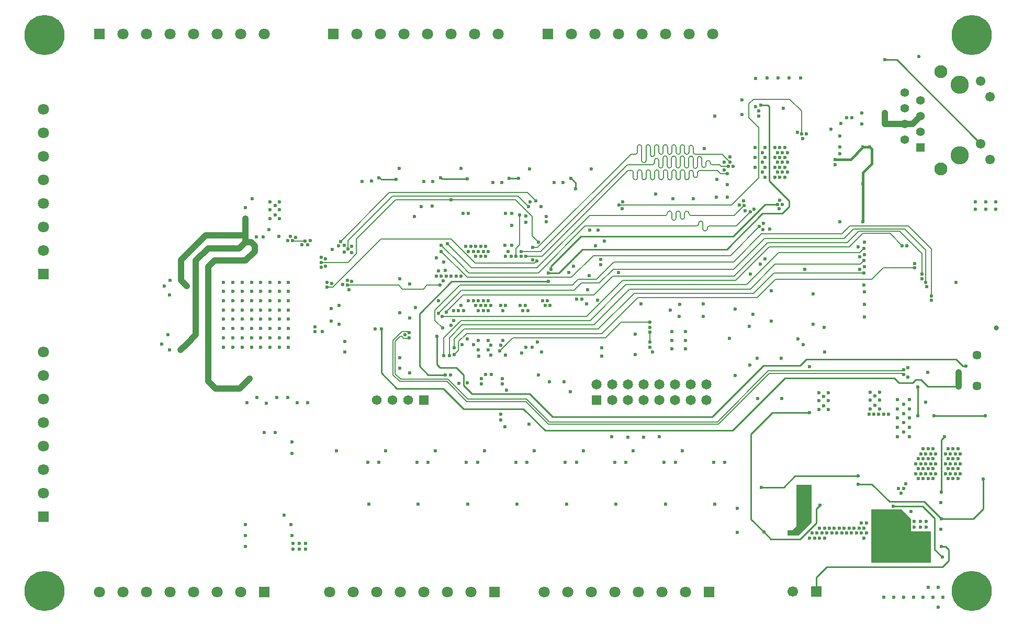
<source format=gbr>
%TF.GenerationSoftware,Altium Limited,Altium Designer,24.2.2 (26)*%
G04 Layer_Physical_Order=6*
G04 Layer_Color=16711680*
%FSLAX45Y45*%
%MOMM*%
%TF.SameCoordinates,A2E2EA48-9257-4B33-8537-14B19699C7D1*%
%TF.FilePolarity,Positive*%
%TF.FileFunction,Copper,L6,Bot,Signal*%
%TF.Part,Single*%
G01*
G75*
%TA.AperFunction,Conductor*%
%ADD10C,0.18697*%
%ADD11C,0.50000*%
%ADD77C,0.45000*%
%ADD78C,0.25400*%
%ADD80C,0.18700*%
%ADD82C,0.17780*%
%ADD86C,0.18697*%
%TA.AperFunction,ComponentPad*%
%ADD89R,1.40000X1.40000*%
%ADD90C,1.40000*%
%ADD91C,1.55000*%
%ADD92C,2.10000*%
%ADD93C,2.95000*%
%ADD94R,1.80000X1.80000*%
%ADD95C,1.80000*%
%ADD96R,1.80000X1.80000*%
%ADD97C,1.65000*%
%ADD98C,6.50000*%
%ADD99C,1.70000*%
%ADD100R,1.70000X1.70000*%
%ADD101C,1.45000*%
%ADD102R,1.65000X1.65000*%
%ADD103C,1.57000*%
%ADD104R,1.57000X1.57000*%
%TA.AperFunction,ViaPad*%
%ADD105C,0.60000*%
%ADD106C,1.00000*%
%ADD107C,0.80000*%
%TA.AperFunction,Conductor*%
%ADD123C,1.00000*%
G36*
X14910001Y3610000D02*
X14700000Y3400000D01*
X14520000D01*
Y3480000D01*
X14600000D01*
X14670000Y3550000D01*
Y4220000D01*
X14910001D01*
Y3610000D01*
D02*
G37*
G36*
X16520000Y3670000D02*
Y3470000D01*
X16839999D01*
Y2960000D01*
X15880000D01*
Y3820000D01*
X16370000D01*
X16520000Y3670000D01*
D02*
G37*
D10*
X13273007Y9434748D02*
G03*
X13307755Y9400000I34748J0D01*
G01*
X13273007Y9434751D02*
G03*
X13203510Y9434751I-34748J0D01*
G01*
X13134013Y9392845D02*
G03*
X13203510Y9392845I34748J0D01*
G01*
X13134013Y9501555D02*
G03*
X13064516Y9501555I-34748J0D01*
G01*
X12995020Y9375380D02*
G03*
X13064516Y9375380I34748J0D01*
G01*
X12995020Y9507935D02*
G03*
X12925522Y9507935I-34748J0D01*
G01*
X12856026Y9383504D02*
G03*
X12925522Y9383504I34748J0D01*
G01*
X12856026Y9508102D02*
G03*
X12786528Y9508102I-34748J0D01*
G01*
X12717031Y9383504D02*
G03*
X12786528Y9383504I34748J0D01*
G01*
X12717031Y9508282D02*
G03*
X12647534Y9508282I-34748J0D01*
G01*
X12578037Y9383504D02*
G03*
X12647534Y9383504I34748J0D01*
G01*
X12578037Y9508476D02*
G03*
X12508540Y9508476I-34748J0D01*
G01*
X12439043Y9383504D02*
G03*
X12508540Y9383504I34748J0D01*
G01*
X12439043Y9471494D02*
G03*
X12369547Y9471494I-34748J0D01*
G01*
X12334798Y9400000D02*
G03*
X12369547Y9434748I0J34748D01*
G01*
X13103349Y9310000D02*
G03*
X13068600Y9275251I0J-34748D01*
G01*
X12999104Y9228598D02*
G03*
X13068600Y9228598I34748J0D01*
G01*
X12999104Y9276373D02*
G03*
X12929607Y9276373I-34748J0D01*
G01*
X12860110Y9192684D02*
G03*
X12929607Y9192684I34748J0D01*
G01*
X12860110Y9284498D02*
G03*
X12790613Y9284498I-34748J0D01*
G01*
X12721117Y9192684D02*
G03*
X12790613Y9192684I34748J0D01*
G01*
X12721117Y9284498D02*
G03*
X12651620Y9284498I-34748J0D01*
G01*
X12582123Y9192684D02*
G03*
X12651620Y9192684I34748J0D01*
G01*
X12582123Y9284498D02*
G03*
X12512626Y9284498I-34748J0D01*
G01*
X12443129Y9192684D02*
G03*
X12512626Y9192684I34748J0D01*
G01*
X12443129Y9284498D02*
G03*
X12373632Y9284498I-34748J0D01*
G01*
X12304135Y9192684D02*
G03*
X12373632Y9192684I34748J0D01*
G01*
X12304135Y9284498D02*
G03*
X12234638Y9284498I-34748J0D01*
G01*
X12165141Y9192684D02*
G03*
X12234638Y9192684I34748J0D01*
G01*
X12165141Y9284498D02*
G03*
X12095644Y9284498I-34748J0D01*
G01*
X12026147Y9192684D02*
G03*
X12095644Y9192684I34748J0D01*
G01*
X12026147Y9275251D02*
G03*
X11991399Y9310000I-34748J0D01*
G01*
X13258641Y8410000D02*
G03*
X13223894Y8375251I0J-34748D01*
G01*
X13154396Y8364110D02*
G03*
X13223894Y8364110I34748J0D01*
G01*
X13154396Y8455575D02*
G03*
X13084898Y8455575I-34748J0D01*
G01*
X13050150Y8410000D02*
G03*
X13084898Y8444748I0J34748D01*
G01*
X12927237Y8614749D02*
G03*
X12961984Y8580000I34748J0D01*
G01*
X12927237Y8614751D02*
G03*
X12857739Y8614751I-34748J0D01*
G01*
X12788243Y8552937D02*
G03*
X12857739Y8552937I34748J0D01*
G01*
X12788243Y8617586D02*
G03*
X12718746Y8617586I-34748J0D01*
G01*
X12649249Y8536193D02*
G03*
X12718746Y8536193I34748J0D01*
G01*
X12649249Y8617586D02*
G03*
X12579752Y8617586I-34748J0D01*
G01*
X12545004Y8580000D02*
G03*
X12579752Y8614749I0J34748D01*
G01*
X12997559Y9604748D02*
G03*
X13032307Y9570000I34748J0D01*
G01*
X12997559Y9683809D02*
G03*
X12928062Y9683809I-34748J0D01*
G01*
X12858565Y9604749D02*
G03*
X12928062Y9604749I34748J0D01*
G01*
X12858565Y9690655D02*
G03*
X12789068Y9690655I-34748J0D01*
G01*
X12719571Y9604749D02*
G03*
X12789068Y9604749I34748J0D01*
G01*
X12719571Y9690655D02*
G03*
X12650074Y9690655I-34748J0D01*
G01*
X12580577Y9604749D02*
G03*
X12650074Y9604749I34748J0D01*
G01*
X12580577Y9690655D02*
G03*
X12511080Y9690655I-34748J0D01*
G01*
X12441583Y9604749D02*
G03*
X12511080Y9604749I34748J0D01*
G01*
X12441583Y9690655D02*
G03*
X12372086Y9690655I-34748J0D01*
G01*
X12302589Y9567611D02*
G03*
X12372086Y9567611I34748J0D01*
G01*
X12302589Y9690655D02*
G03*
X12233092Y9690655I-34748J0D01*
G01*
X12163595Y9468445D02*
G03*
X12233092Y9468445I34748J0D01*
G01*
X12163595Y9690655D02*
G03*
X12094098Y9690655I-34748J0D01*
G01*
X12059350Y9570000D02*
G03*
X12094098Y9604748I0J34748D01*
G01*
X7550000Y7960000D02*
Y8200000D01*
X8180000Y8830000D01*
X7410000Y7820000D02*
X7550000Y7960000D01*
X7410000Y8040000D02*
Y8170000D01*
X6980000Y7820000D02*
X7410000D01*
X13600000Y7930000D02*
X14070000Y8400000D01*
X11380000Y7930000D02*
X13600000D01*
X13689999Y8410000D02*
X13917918Y8637918D01*
X13561157Y8410000D02*
X13689999D01*
X13139999Y8580000D02*
X13660001D01*
X13820000Y8740000D01*
X13446968Y9373033D02*
X13563033D01*
X13420000Y9400000D02*
X13446968Y9373033D01*
X13358736Y9400000D02*
X13420000D01*
X13440897Y9259103D02*
X13550896D01*
X13250778Y9310000D02*
X13389999D01*
X13440897Y9259103D01*
X13462054Y9570000D02*
X13588467Y9443588D01*
X13160706Y9570000D02*
X13462054D01*
X13550896Y9259103D02*
X13552081Y9257918D01*
X13307755Y9400000D02*
X13358736D01*
X13273007Y9434748D02*
Y9434751D01*
X13203510Y9392845D02*
Y9434751D01*
X13134013Y9392845D02*
Y9501555D01*
X13064516Y9375380D02*
Y9501555D01*
X12995020Y9375380D02*
Y9507935D01*
X12925522Y9383504D02*
Y9507935D01*
X12856026Y9383504D02*
Y9508102D01*
X12786528Y9383504D02*
Y9508102D01*
X12717031Y9383504D02*
Y9508282D01*
X12647534Y9383504D02*
Y9508282D01*
X12578037Y9383504D02*
Y9508476D01*
X12508540Y9383504D02*
Y9508476D01*
X12439043Y9383504D02*
Y9471494D01*
X12369547Y9434748D02*
Y9471494D01*
X12325448Y9400000D02*
X12334798D01*
X10550000Y7920000D02*
X11929926Y9299926D01*
X13103349Y9310000D02*
X13250778D01*
X13068600Y9228598D02*
Y9275251D01*
X12999104Y9228598D02*
Y9276373D01*
X12929607Y9192684D02*
Y9276373D01*
X12860110Y9192684D02*
Y9284498D01*
X12790613Y9192684D02*
Y9284498D01*
X12721117Y9192684D02*
Y9284498D01*
X12651620Y9192684D02*
Y9284498D01*
X12582123Y9192684D02*
Y9284498D01*
X12512626Y9192684D02*
Y9284498D01*
X12443129Y9192684D02*
Y9284498D01*
X12373632Y9192684D02*
Y9284498D01*
X12304135Y9192684D02*
Y9284498D01*
X12234638Y9192684D02*
Y9284498D01*
X12165141Y9192684D02*
Y9284498D01*
X12095644Y9192684D02*
Y9284498D01*
X12026147Y9192684D02*
Y9275251D01*
X11940000Y9310000D02*
X11991399D01*
X11929926Y9299926D02*
X11940000Y9310000D01*
X11930000Y9400000D02*
X12325448D01*
X10530000Y8000000D02*
X11930000Y9400000D01*
X10210000Y8000000D02*
X10530000D01*
X11990000Y9570000D02*
X12050000D01*
X10400000Y8060000D02*
X10480000D01*
X11990000Y9570000D01*
X11030000Y7580000D02*
X11380000Y7930000D01*
X10390000Y8250000D02*
X10490000Y8150000D01*
X10390000Y8250000D02*
Y8560000D01*
X10120000Y8830000D02*
X10390000Y8560000D01*
X9082311Y8830000D02*
X10120000D01*
X9340000Y7580000D02*
X11030000D01*
X8920000Y8000000D02*
X9340000Y7580000D01*
X8180000Y8830000D02*
X9082311D01*
X10290000Y7920000D02*
X10550000D01*
X10290000Y7920000D02*
X10290000Y7920000D01*
X13258641Y8410000D02*
X13561157D01*
X13223894Y8364110D02*
Y8375251D01*
X13154396Y8364110D02*
Y8455575D01*
X13084898Y8444748D02*
Y8455575D01*
X13040800Y8410000D02*
X13050150D01*
X11450000D02*
X13040800D01*
X12961984Y8580000D02*
X13139999D01*
X12927237Y8614749D02*
Y8614751D01*
X12857739Y8552937D02*
Y8614751D01*
X12788243Y8552937D02*
Y8617586D01*
X12718746Y8536193D02*
Y8617586D01*
X12649249Y8536193D02*
Y8617586D01*
X12579752Y8614749D02*
Y8617586D01*
X12535654Y8580000D02*
X12545004D01*
X11320000D02*
X12535654D01*
X13032307Y9570000D02*
X13160706D01*
X12997559Y9604748D02*
Y9683809D01*
X12928062Y9604749D02*
Y9683809D01*
X12858565Y9604749D02*
Y9690655D01*
X12789068Y9604749D02*
Y9690655D01*
X12719571Y9604749D02*
Y9690655D01*
X12650074Y9604749D02*
Y9690655D01*
X12580577Y9604749D02*
Y9690655D01*
X12511080Y9604749D02*
Y9690655D01*
X12441583Y9604749D02*
Y9690655D01*
X12372086Y9567611D02*
Y9690655D01*
X12302589Y9567611D02*
Y9690655D01*
X12233092Y9468445D02*
Y9690655D01*
X12163595Y9468445D02*
Y9690655D01*
X12094098Y9604748D02*
Y9690655D01*
X12050000Y9570000D02*
X12059350D01*
X10590000Y7850000D02*
X11320000Y8580000D01*
X8920000Y8100000D02*
X9230000Y7790000D01*
X9020000Y8120000D02*
X9290000Y7850000D01*
X8130000Y8890000D02*
X10164583D01*
X7410000Y8170000D02*
X8130000Y8890000D01*
X10164583D02*
X10332974Y8721609D01*
X10315417Y8950000D02*
X10448565Y8816852D01*
X7290000Y8160000D02*
X8080000Y8950000D01*
X10315417D01*
X6514667Y8165333D02*
X6714667D01*
D11*
X14708087Y3708087D02*
X14710001Y3710000D01*
X14560001Y3440000D02*
X14561913Y3441913D01*
D77*
X15742438Y8480000D02*
Y9272437D01*
X15850000Y9690000D02*
X15854059D01*
X15744946D02*
X15850000D01*
X15544946Y9490000D02*
X15744946Y9690000D01*
X15289999Y9490000D02*
X15544946D01*
X15861559Y9682500D02*
X15863640D01*
X15889999Y9420000D02*
Y9656140D01*
X15742438Y9272437D02*
X15889999Y9420000D01*
X15854059Y9690000D02*
X15861559Y9682500D01*
X15863640D02*
X15889999Y9656140D01*
D78*
X11200000Y8030000D02*
X13539999D01*
X14120000Y8610000D01*
X14439999D01*
X14550000Y8720000D01*
X14160001Y8760000D02*
X14360001D01*
X11180000Y8240000D02*
X13639999D01*
X14160001Y8760000D01*
X10820000Y7650000D02*
X11200000Y8030000D01*
X14830000Y6250000D02*
X17250000D01*
X14730000Y6150000D02*
X14830000Y6250000D01*
X14130000Y6150000D02*
X14730000D01*
X13930000Y5040000D02*
X14280000Y5390000D01*
X14880000D01*
X13930000Y3665000D02*
Y5040000D01*
Y3665000D02*
X14139999Y3455000D01*
X14460001Y4180000D02*
X14639999Y4360000D01*
X14100000Y4180000D02*
X14460001D01*
X16170000Y3950000D02*
X16730000D01*
X15670000Y4230000D02*
X15889999D01*
X16170000Y3950000D01*
X14639999Y4360000D02*
X15670000D01*
X17689999Y4310000D02*
X17689999Y4310000D01*
Y3830000D02*
Y4310000D01*
X17530000Y3670000D02*
X17689999Y3830000D01*
X17010001Y3670000D02*
X17530000D01*
X14255000Y3340000D02*
X14730000D01*
X14989999Y3600000D01*
X14139999Y3455000D02*
X14255000Y3340000D01*
X14989999Y3600000D02*
Y3830000D01*
X15050000Y3890000D01*
X17010001Y4950000D02*
X17060001Y5000000D01*
X17010001Y4098000D02*
Y4950000D01*
X16730000Y3950000D02*
X17010001Y3670000D01*
X16230000Y3870000D02*
X16710001D01*
X16900000Y3680000D01*
Y3173042D02*
Y3680000D01*
Y3173042D02*
X17025436Y3047607D01*
X17010001Y3220000D02*
X17080000D01*
X17130000Y2990000D02*
Y3170000D01*
X17080000Y3220000D02*
X17130000Y3170000D01*
X17030000Y2890000D02*
X17130000Y2990000D01*
X15160001Y2890000D02*
X17030000D01*
X14990501Y2720501D02*
X15160001Y2890000D01*
X14990501Y2490000D02*
Y2720501D01*
X16630000Y5340000D02*
Y5800000D01*
X16889999Y5340000D02*
X17720000D01*
X16789999Y5810000D02*
X17289999D01*
X16680000Y5920000D02*
X16789999Y5810000D01*
X16600000Y5920000D02*
X16680000D01*
X16550000Y5870000D02*
X16600000Y5920000D01*
X16330000Y5870000D02*
X16550000D01*
X14480000Y5950000D02*
X16250000D01*
X16330000Y5870000D01*
X9280000Y5830000D02*
X9420000Y5690000D01*
X9280000Y5830000D02*
Y6000000D01*
X9160000Y6120000D02*
X9280000Y6000000D01*
X8570000Y6140000D02*
Y6990000D01*
Y6140000D02*
X8710000Y6000000D01*
X8570000Y6990000D02*
X9090000Y7510000D01*
X8710000Y6000000D02*
X8990000D01*
X9090000Y7510000D02*
X10650000D01*
X17360001Y6140000D02*
X17410001D01*
X17250000Y6250000D02*
X17360001Y6140000D01*
X13300000Y5320000D02*
X14130000Y6150000D01*
X10720000Y5320000D02*
X13300000D01*
X10350000Y5690000D02*
X10720000Y5320000D01*
X9420000Y5690000D02*
X10350000D01*
X8900000Y6120000D02*
X9160000D01*
X8850000Y6170000D02*
X8900000Y6120000D01*
X8850000Y6170000D02*
Y6620000D01*
X11090000Y9010000D02*
Y9110000D01*
X11020000Y9180000D02*
X11090000Y9110000D01*
X10020000Y9180000D02*
X10170000D01*
X8919691Y9190000D02*
X8936114Y9173577D01*
X8910328Y9190000D02*
X8919691D01*
X8936114Y9173577D02*
X9338734D01*
X7952363Y9160000D02*
X8192311D01*
X7922363Y9190000D02*
X7952363Y9160000D01*
X7913000Y9190000D02*
X7922363D01*
X13630000Y5100000D02*
X14480000Y5950000D01*
X10600000Y5100000D02*
X13630000D01*
X10695206Y7755206D02*
X11180000Y8240000D01*
X10694626Y7710278D02*
X10695206Y7710858D01*
Y7755206D01*
X7950000Y6030000D02*
Y6740000D01*
Y6030000D02*
X8200000Y5780000D01*
X9280000Y5450000D02*
X10250000D01*
X10600000Y5100000D01*
X8950000Y5780000D02*
X9280000Y5450000D01*
X8200000Y5780000D02*
X8950000D01*
X10650000Y7650000D02*
X10820000D01*
X14230000Y9140000D02*
Y10340000D01*
X14089999Y10370000D02*
X14200000D01*
X14230000Y10340000D01*
Y9140000D02*
X14550000Y8820000D01*
Y8720000D02*
Y8820000D01*
X16291000Y11100000D02*
X17648000Y9743000D01*
X16101540Y11100000D02*
X16291000D01*
D80*
X14560001Y10460000D02*
X14750000Y10270000D01*
Y9900000D02*
Y10270000D01*
X13620000Y8750000D02*
X14060001Y9190000D01*
X11800000Y8750000D02*
X13620000D01*
X14060001Y9190000D02*
Y10000000D01*
X13900520Y10159479D02*
X14060001Y10000000D01*
X13900520Y10159479D02*
Y10390521D01*
X13970000Y10460000D01*
X14560001D01*
D82*
X14211391Y6061390D02*
X16369965D01*
X13386716Y5236715D02*
X14211391Y6061390D01*
X14227039Y6023610D02*
X16369965D01*
X13402364Y5198935D02*
X14227039Y6023610D01*
X16388576Y6005000D02*
X16400000D01*
X16388576Y6080000D02*
X16400000D01*
X16369965Y6023610D02*
X16388576Y6005000D01*
X16369965Y6061390D02*
X16388576Y6080000D01*
X10673286Y5236715D02*
X13386716D01*
X9352220Y5607780D02*
X10302221D01*
X10673286Y5236715D01*
X9336571Y5570000D02*
X10286572D01*
X10657637Y5198935D02*
X13402364D01*
X10286572Y5570000D02*
X10657637Y5198935D01*
X9030000Y5930000D02*
X9352220Y5607780D01*
X8281645Y6620221D02*
X8307678Y6594188D01*
X8258838Y6620221D02*
X8281645D01*
X8400254Y6594188D02*
X8403033Y6596967D01*
X8307678Y6594188D02*
X8400254D01*
X8263429Y5930000D02*
X9030000D01*
X8176714Y6538098D02*
X8258838Y6620221D01*
X8176714Y6016715D02*
X8263429Y5930000D01*
X8176714Y6016715D02*
Y6538098D01*
X8366607Y6701968D02*
X8388575Y6680000D01*
X8287155Y6701968D02*
X8366607D01*
X8388575Y6680000D02*
X8400000D01*
X9014351Y5892220D02*
X9336571Y5570000D01*
X8247780Y5892220D02*
X9014351D01*
X8138934Y6553747D02*
X8287155Y6701968D01*
X8138934Y6001066D02*
X8247780Y5892220D01*
X8138934Y6001066D02*
Y6553747D01*
D86*
X7946860Y8200000D02*
X9080000D01*
X7166860Y7420000D02*
X7946860Y8200000D01*
X7070000Y7420000D02*
X7166860D01*
X7400000Y7450000D02*
X8230000D01*
X8290000Y7390000D01*
X13650000Y7830000D02*
X14100000Y8280000D01*
X15400000D01*
X15530000Y8410000D01*
X11710000Y7830000D02*
X13650000D01*
X15489999Y8140000D02*
X15673697Y8323697D01*
X16336304D02*
X16700000Y7960000D01*
X15587395Y8357394D02*
X16422606D01*
X16760001Y8020000D01*
X15439999Y8210000D02*
X15587395Y8357394D01*
X15673697Y8323697D02*
X16336304D01*
X15520000Y8070000D02*
X15739999Y8290000D01*
X16180000D01*
X16380000Y8090000D01*
X9290000Y7850000D02*
X9410000Y7730000D01*
X10470000D02*
X10590000Y7850000D01*
X9410000Y7730000D02*
X10470000D01*
X9370000Y7650000D02*
X10490000D01*
X9230000Y7790000D02*
X9370000Y7650000D01*
X10490000D02*
X11250000Y8410000D01*
X8880000Y7000000D02*
X9250000Y7370000D01*
X11070000D02*
X11185000Y7485000D01*
X9250000Y7370000D02*
X11070000D01*
X11430000Y7550000D02*
X11710000Y7830000D01*
X11475000Y7485000D02*
X11700000Y7710000D01*
X13650000D02*
X14150000Y8210000D01*
X11700000Y7710000D02*
X13650000D01*
X15530000Y8410000D02*
X16480000D01*
X14150000Y8210000D02*
X15439999D01*
X14200000Y8140000D02*
X15489999D01*
X14230000Y8070000D02*
X15520000D01*
X15689999Y7980000D02*
X15760001Y8050000D01*
X14380000Y7980000D02*
X15689999D01*
X13860001Y7460000D02*
X14380000Y7980000D01*
X14320000Y7790000D02*
X15700000D01*
X11970000Y7390000D02*
X13920000D01*
X14320000Y7790000D01*
X11910000Y7460000D02*
X13860001D01*
X14300000Y7650000D02*
X15760001D01*
X12040000Y7320000D02*
X13970000D01*
X14300000Y7650000D01*
X14030000Y7250000D02*
X14330000Y7550000D01*
X12100000Y7250000D02*
X14030000D01*
X14330000Y7550000D02*
X15889999D01*
X15700000Y7790000D02*
X15760001Y7850000D01*
X13686655Y7526655D02*
X14230000Y8070000D01*
X16760001Y7501604D02*
Y8020000D01*
X16700000Y7630000D02*
Y7960000D01*
X16480000Y8410000D02*
X16850000Y8040000D01*
X11390000Y7290000D02*
X11697366Y7597366D01*
X13657365D02*
X14200000Y8140000D01*
X11697366Y7597366D02*
X13657365D01*
X16850000Y7280000D02*
Y8040000D01*
X9000000Y7020000D02*
X9270000Y7290000D01*
X11390000D01*
X9470632Y7809368D02*
X10428192D01*
X9080000Y8200000D02*
X9470632Y7809368D01*
X9200000Y6397700D02*
Y6540000D01*
X9130000Y6327700D02*
X9200000Y6397700D01*
Y6540000D02*
X9330000Y6670000D01*
X9290000Y6740000D02*
X11460000D01*
X9130000Y6580000D02*
X9290000Y6740000D01*
X9130000Y6440000D02*
Y6580000D01*
X9870000Y6390000D02*
X10080000Y6600000D01*
X11580000D01*
X9330000Y6670000D02*
X11520000D01*
X9050000Y6310000D02*
Y6600000D01*
X9000000Y7010000D02*
Y7020000D01*
X8689999Y7450000D02*
X8900000D01*
X8630000Y7390000D02*
X8689999Y7450000D01*
X8290000Y7390000D02*
X8630000D01*
X10189200Y8590800D02*
X10190000Y8590000D01*
Y8110000D02*
Y8590000D01*
X10130000Y8050000D02*
X10190000Y8110000D01*
X11856655Y7526655D02*
X13686655D01*
X10428192Y7809368D02*
X10458823Y7840000D01*
X10470000D01*
X9220000Y7450000D02*
X11040000D01*
X8820000Y7050000D02*
X9220000Y7450000D01*
X10130000Y7920000D02*
Y8050000D01*
X11140000Y7550000D02*
X11430000D01*
X11040000Y7450000D02*
X11140000Y7550000D01*
X11185000Y7485000D02*
X11475000D01*
X8931337Y6945324D02*
X11275324D01*
X11856655Y7526655D01*
X11330000Y6880000D02*
X11910000Y7460000D01*
X9240000Y6880000D02*
X11330000D01*
X9260000Y6810000D02*
X11390000D01*
X11970000Y7390000D01*
X11460000Y6740000D02*
X12040000Y7320000D01*
X11520000Y6670000D02*
X12100000Y7250000D01*
X11830000Y6850000D02*
X12300000D01*
X11580000Y6600000D02*
X11830000Y6850000D01*
X12300000Y6530000D02*
Y6690000D01*
X8960000Y6600000D02*
X9240000Y6880000D01*
X8820000D02*
X8940000Y6760000D01*
X9050000Y6600000D02*
X9260000Y6810000D01*
X8960000Y6310000D02*
Y6600000D01*
X8820000Y6880000D02*
Y7050000D01*
X11250000Y8410000D02*
X11450000D01*
X15889999Y7550000D02*
X16070000Y7730000D01*
X16580000D01*
D89*
X16675000Y9677000D02*
D03*
D90*
Y9931000D02*
D03*
Y10185000D02*
D03*
Y10439000D02*
D03*
X16421001Y9804000D02*
D03*
Y10058000D02*
D03*
Y10312000D02*
D03*
Y10566000D02*
D03*
D91*
X17800000Y9489000D02*
D03*
X17648000Y10754000D02*
D03*
X17800000Y10500000D02*
D03*
X17648000Y9743000D02*
D03*
D92*
X17005000Y9334000D02*
D03*
Y10909000D02*
D03*
D93*
X17310001Y9550000D02*
D03*
Y10693000D02*
D03*
D94*
X9781000Y2480000D02*
D03*
X7171500Y11520000D02*
D03*
X10646500D02*
D03*
X13256000Y2480000D02*
D03*
X3389000Y11520000D02*
D03*
X6060000Y2480000D02*
D03*
D95*
X9400000D02*
D03*
X9019000D02*
D03*
X8638000D02*
D03*
X8257000D02*
D03*
X7495000D02*
D03*
X7114000D02*
D03*
X7876000D02*
D03*
X7552500Y11520000D02*
D03*
X7933500D02*
D03*
X8314500D02*
D03*
X8695500D02*
D03*
X9457500D02*
D03*
X9838500D02*
D03*
X9076500D02*
D03*
X12551500D02*
D03*
X13313499D02*
D03*
X12932500D02*
D03*
X12170500D02*
D03*
X11789500D02*
D03*
X11408500D02*
D03*
X11027500D02*
D03*
X11351000Y2480000D02*
D03*
X10589000D02*
D03*
X10970000D02*
D03*
X11732000D02*
D03*
X12113000D02*
D03*
X12494000D02*
D03*
X12875000D02*
D03*
X5294000Y11520000D02*
D03*
X6056000D02*
D03*
X5675000D02*
D03*
X4913000D02*
D03*
X4532000D02*
D03*
X4151000D02*
D03*
X3770000D02*
D03*
X4155000Y2480000D02*
D03*
X3393000D02*
D03*
X3774000D02*
D03*
X4536000D02*
D03*
X4917000D02*
D03*
X5298000D02*
D03*
X5679000D02*
D03*
X2480000Y5605000D02*
D03*
Y6367000D02*
D03*
Y5986000D02*
D03*
Y5224000D02*
D03*
Y4843000D02*
D03*
Y4462000D02*
D03*
Y4081000D02*
D03*
Y9538000D02*
D03*
Y10300000D02*
D03*
Y9919000D02*
D03*
Y9157000D02*
D03*
Y8776000D02*
D03*
Y8395000D02*
D03*
Y8014000D02*
D03*
D96*
Y3700000D02*
D03*
Y7633000D02*
D03*
D97*
X12700000Y5842000D02*
D03*
X12953999Y5588000D02*
D03*
X11430000Y5842000D02*
D03*
X11684000Y5588000D02*
D03*
Y5842000D02*
D03*
X11938000Y5588000D02*
D03*
Y5842000D02*
D03*
X12192000Y5588000D02*
D03*
Y5842000D02*
D03*
X12446000Y5588000D02*
D03*
Y5842000D02*
D03*
X12700000Y5588000D02*
D03*
X12953999Y5842000D02*
D03*
X13208000Y5588000D02*
D03*
Y5842000D02*
D03*
D98*
X2500000Y2500000D02*
D03*
Y11500000D02*
D03*
X17500000D02*
D03*
Y2500000D02*
D03*
D99*
X14609502Y2490000D02*
D03*
D100*
X14990501D02*
D03*
D101*
X17585001Y6320000D02*
D03*
Y5820000D02*
D03*
D102*
X11430000Y5588000D02*
D03*
D103*
X7874000D02*
D03*
X8128000D02*
D03*
X8382000D02*
D03*
D104*
X8636000D02*
D03*
D105*
X6800000Y8170000D02*
D03*
X6755031Y8102121D02*
D03*
X6434070Y8170930D02*
D03*
X6482146Y8239636D02*
D03*
X7472403Y8081602D02*
D03*
X7350000Y7990000D02*
D03*
X7410000Y8040000D02*
D03*
X7256459Y8092918D02*
D03*
X7050000Y7760000D02*
D03*
Y7880000D02*
D03*
X6980000Y7745000D02*
D03*
Y7820000D02*
D03*
X7150000Y7480000D02*
D03*
X7325754Y7460607D02*
D03*
X7427854Y7380364D02*
D03*
X7470000Y7510000D02*
D03*
X14764709Y9826457D02*
D03*
X14750000Y9900000D02*
D03*
X14680363Y9927854D02*
D03*
X14130000Y8450000D02*
D03*
X14070000Y8400000D02*
D03*
X14128564Y8353148D02*
D03*
X14232391Y8358592D02*
D03*
X14383717Y8688849D02*
D03*
X14393541Y8827082D02*
D03*
X13980000Y8680000D02*
D03*
X13917918Y8637918D02*
D03*
X13839999Y8660000D02*
D03*
X13746021Y8752330D02*
D03*
X13807671Y8813979D02*
D03*
X13500000Y9318684D02*
D03*
Y9444348D02*
D03*
X13380000Y9160000D02*
D03*
X13639999Y9380000D02*
D03*
X13589999Y9530000D02*
D03*
X13563033Y9373033D02*
D03*
X13552081Y9257918D02*
D03*
X13588467Y9443588D02*
D03*
X11853033Y8804350D02*
D03*
X11846852Y8691435D02*
D03*
X11800000Y8750000D02*
D03*
X11790000Y7655651D02*
D03*
X11500000Y7865652D02*
D03*
X10490000Y8150000D02*
D03*
X15689999Y7910000D02*
D03*
X14800000Y7710000D02*
D03*
X15763933Y8149999D02*
D03*
X11500000Y7780000D02*
D03*
X5754915Y3220000D02*
D03*
Y3400000D02*
D03*
Y3580000D02*
D03*
X6507073Y3400000D02*
D03*
X6489659Y3580000D02*
D03*
X6380000Y3730000D02*
D03*
X6502244Y4730000D02*
D03*
X6502329Y4910000D02*
D03*
X6590000Y5550000D02*
D03*
X12870000Y6560000D02*
D03*
X12650000D02*
D03*
Y6420000D02*
D03*
X12870000D02*
D03*
Y6700000D02*
D03*
X12650000D02*
D03*
X14480017Y9680011D02*
D03*
X14520016Y9600011D02*
D03*
X14480017Y9520011D02*
D03*
X14520016Y9440011D02*
D03*
X14480017Y9360011D02*
D03*
X14520016Y9280011D02*
D03*
X14480017Y9200011D02*
D03*
X14400017Y9680011D02*
D03*
X14440018Y9600011D02*
D03*
X14400017Y9520011D02*
D03*
X14440018Y9440011D02*
D03*
X14400017Y9360011D02*
D03*
X14440018Y9280011D02*
D03*
X14400017Y9200011D02*
D03*
X14320016Y9680011D02*
D03*
X14360017Y9600011D02*
D03*
X14320016Y9520011D02*
D03*
X14360017Y9440011D02*
D03*
X14320016Y9360011D02*
D03*
X14360017Y9280011D02*
D03*
X14320016Y9200011D02*
D03*
X14160017Y9680011D02*
D03*
Y9520011D02*
D03*
Y9360011D02*
D03*
Y9200011D02*
D03*
X14120016Y9600011D02*
D03*
Y9440011D02*
D03*
Y9280011D02*
D03*
X14000015Y9680011D02*
D03*
Y9520011D02*
D03*
Y9360011D02*
D03*
X9240011Y7600009D02*
D03*
X8840010D02*
D03*
X9720011Y6480008D02*
D03*
X9680011Y8000009D02*
D03*
X10200012Y7120008D02*
D03*
X9560011D02*
D03*
X9480011Y7920009D02*
D03*
X8920010Y7600009D02*
D03*
X9080011Y6800008D02*
D03*
X9560011Y8080009D02*
D03*
X10320012Y7040008D02*
D03*
X9720011Y7120008D02*
D03*
X8880010Y7200008D02*
D03*
X9640011Y8080009D02*
D03*
X9960012Y7920009D02*
D03*
X9000010Y7600009D02*
D03*
X9320011Y8080009D02*
D03*
X10240012Y7040008D02*
D03*
X9080011Y7600009D02*
D03*
X9680011Y6560008D02*
D03*
X9520011Y8000009D02*
D03*
X9600011Y7200008D02*
D03*
X9360011Y8000009D02*
D03*
Y7200008D02*
D03*
X9160011Y7600009D02*
D03*
X9520011Y6400008D02*
D03*
X9560011Y7920009D02*
D03*
X9600011Y8000009D02*
D03*
X10280012Y7120008D02*
D03*
X9120011Y7040008D02*
D03*
X9680011Y6400008D02*
D03*
X9120011Y6880008D02*
D03*
X9200011Y7040008D02*
D03*
X9600011D02*
D03*
X9920012D02*
D03*
X9960012Y7120008D02*
D03*
X9400011Y8080009D02*
D03*
X9520011Y7200008D02*
D03*
X8880010Y7680009D02*
D03*
X9280011Y7040008D02*
D03*
X9520011D02*
D03*
X9440011Y8000009D02*
D03*
X9880011Y7120008D02*
D03*
X9640011Y7920009D02*
D03*
X9960012Y6320007D02*
D03*
X9640011Y7120008D02*
D03*
X10600012D02*
D03*
X9480011Y8080009D02*
D03*
X9240011Y7120008D02*
D03*
X9720011Y6320007D02*
D03*
X10000012Y8000009D02*
D03*
X10640013Y7200008D02*
D03*
X9920012Y6560008D02*
D03*
X9680011Y7040008D02*
D03*
X9480011Y7120008D02*
D03*
X9680011Y7200008D02*
D03*
X9520011Y6560008D02*
D03*
X9880011Y6480008D02*
D03*
X10680012Y7120008D02*
D03*
X9440011Y7200008D02*
D03*
X10560012D02*
D03*
X6150000Y8800000D02*
D03*
X6300000D02*
D03*
Y8670000D02*
D03*
X6150000D02*
D03*
X6300000Y8530000D02*
D03*
X6150000D02*
D03*
X6230000Y8590000D02*
D03*
Y8740000D02*
D03*
X16139999Y3210000D02*
D03*
X16239999D02*
D03*
X16339999D02*
D03*
X16139999Y3310000D02*
D03*
Y3410000D02*
D03*
X16239999Y3310000D02*
D03*
Y3410000D02*
D03*
X16339999D02*
D03*
Y3310000D02*
D03*
X16160019Y5360006D02*
D03*
X16080019D02*
D03*
X16000018D02*
D03*
X15920020D02*
D03*
X15840019D02*
D03*
X16959993Y2559999D02*
D03*
X17039993Y2399999D02*
D03*
X16959993Y2239999D02*
D03*
X16799992Y2559999D02*
D03*
X16879993Y2399999D02*
D03*
X16719994D02*
D03*
X16559993D02*
D03*
X16399992D02*
D03*
X16239993D02*
D03*
X16079993D02*
D03*
X15800018Y3600004D02*
D03*
X15760019Y3520004D02*
D03*
X15800018Y3440004D02*
D03*
X15760019Y3360004D02*
D03*
X15720018Y3600004D02*
D03*
X15680019Y3520004D02*
D03*
X15720018Y3440004D02*
D03*
X15600018Y3520004D02*
D03*
X15640018Y3440004D02*
D03*
X15520018Y3520004D02*
D03*
X15560017Y3440004D02*
D03*
X15440018Y3520004D02*
D03*
X15480019Y3440004D02*
D03*
X15360017Y3520004D02*
D03*
X15400018Y3440004D02*
D03*
X15280019Y3520004D02*
D03*
X15320018Y3440004D02*
D03*
X15200018Y3520004D02*
D03*
X15240018Y3440004D02*
D03*
X15120018Y3520004D02*
D03*
X15160017Y3440004D02*
D03*
X15120018Y3360004D02*
D03*
X15040018Y3520004D02*
D03*
X15080019Y3440004D02*
D03*
X15040018Y3360004D02*
D03*
X15000017Y3440004D02*
D03*
X14960017Y3360004D02*
D03*
X14920016Y3440004D02*
D03*
X14880017Y3360004D02*
D03*
X17280020Y4800006D02*
D03*
X17320020Y4720006D02*
D03*
X17280020Y4640005D02*
D03*
X17320020Y4560005D02*
D03*
X17280020Y4480005D02*
D03*
X17320020Y4400005D02*
D03*
X17280020Y4320005D02*
D03*
X17200020Y4800006D02*
D03*
X17240021Y4720006D02*
D03*
X17200020Y4640005D02*
D03*
X17240021Y4560005D02*
D03*
X17200020Y4480005D02*
D03*
X17240021Y4400005D02*
D03*
X17200020Y4320005D02*
D03*
X17120020Y4800006D02*
D03*
X17160020Y4720006D02*
D03*
X17120020Y4640005D02*
D03*
X17160020Y4560005D02*
D03*
X17120020Y4480005D02*
D03*
X17160020Y4400005D02*
D03*
X17120020Y4320005D02*
D03*
X17080020Y4720006D02*
D03*
Y4560005D02*
D03*
Y4400005D02*
D03*
X16880020Y4800006D02*
D03*
X16920020Y4720006D02*
D03*
X16880020Y4640005D02*
D03*
X16920020Y4560005D02*
D03*
X16880020Y4480005D02*
D03*
X16920020Y4400005D02*
D03*
X16880020Y4320005D02*
D03*
X16800020Y4800006D02*
D03*
X16840021Y4720006D02*
D03*
X16800020Y4640005D02*
D03*
X16840021Y4560005D02*
D03*
X16800020Y4480005D02*
D03*
X16840021Y4400005D02*
D03*
X16800020Y4320005D02*
D03*
X16720020Y4800006D02*
D03*
X16760020Y4720006D02*
D03*
X16720020Y4640005D02*
D03*
X16760020Y4560005D02*
D03*
X16720020Y4480005D02*
D03*
X16760020Y4400005D02*
D03*
X16720020Y4320005D02*
D03*
X16680019Y4720006D02*
D03*
X16640021Y4640005D02*
D03*
X16680019Y4560005D02*
D03*
X16640021Y4480005D02*
D03*
X16680019Y4400005D02*
D03*
X16640021Y4320005D02*
D03*
X16600018Y4560005D02*
D03*
Y4400005D02*
D03*
X16440019Y4240005D02*
D03*
X16400018Y4160005D02*
D03*
X16320020D02*
D03*
X16360019Y4080005D02*
D03*
X15860001Y5720000D02*
D03*
X16010001D02*
D03*
Y5590000D02*
D03*
X15860001D02*
D03*
X16010001Y5450000D02*
D03*
X15860001D02*
D03*
X15939999Y5510000D02*
D03*
Y5660000D02*
D03*
X17560001Y8680000D02*
D03*
Y8800000D02*
D03*
X17730000D02*
D03*
X17889999D02*
D03*
Y8680000D02*
D03*
X17730000D02*
D03*
X16500000Y5600000D02*
D03*
X16400000Y5525000D02*
D03*
X16300000Y5600000D02*
D03*
X16500000Y5450000D02*
D03*
X16400000Y5375000D02*
D03*
X16300000Y5450000D02*
D03*
X16500000Y5300000D02*
D03*
X16400000Y5225000D02*
D03*
X16300000Y5300000D02*
D03*
Y5150000D02*
D03*
X16400000Y5075000D02*
D03*
X16500000Y5150000D02*
D03*
Y5000000D02*
D03*
X16300000D02*
D03*
X7470000Y7980000D02*
D03*
X6880000Y6780000D02*
D03*
X7000000Y6700000D02*
D03*
X6880000D02*
D03*
X8770000Y8730000D02*
D03*
X8490000Y8560000D02*
D03*
X13180000Y9660000D02*
D03*
X16520000Y3790000D02*
D03*
X14880000Y6130000D02*
D03*
X15670000Y4360000D02*
D03*
Y4230000D02*
D03*
X15050000Y3890000D02*
D03*
X14139999Y3455000D02*
D03*
X13710001Y3452329D02*
D03*
Y3840000D02*
D03*
X14100000Y4180000D02*
D03*
X17060001Y5000000D02*
D03*
X16630000Y5340000D02*
D03*
X16889999D02*
D03*
X16400000Y6005000D02*
D03*
Y6080000D02*
D03*
X17289999Y5810000D02*
D03*
X17689999Y4310000D02*
D03*
X17720000Y5340000D02*
D03*
X17010001Y4098000D02*
D03*
X17005000Y3930000D02*
D03*
X17005000Y3502000D02*
D03*
X17010001Y3670000D02*
D03*
X17025436Y3047607D02*
D03*
X17010001Y3220000D02*
D03*
X16770000Y3530000D02*
D03*
Y3630000D02*
D03*
X16670000D02*
D03*
Y3530000D02*
D03*
X16570000Y3630000D02*
D03*
Y3530000D02*
D03*
X15110001Y5650000D02*
D03*
Y5500000D02*
D03*
X15030000Y5440000D02*
D03*
X15180000D02*
D03*
X15030000Y5580000D02*
D03*
X15180000D02*
D03*
Y5710000D02*
D03*
X15030000D02*
D03*
X16630000Y5800000D02*
D03*
X16230000Y3870000D02*
D03*
X14870000Y4100000D02*
D03*
Y4180000D02*
D03*
X14789999D02*
D03*
Y4100000D02*
D03*
X14710001Y4180000D02*
D03*
Y4100000D02*
D03*
X14560001Y3440000D02*
D03*
X14710001Y3710000D02*
D03*
Y3790000D02*
D03*
X14789999Y3710000D02*
D03*
Y3790000D02*
D03*
X14870000D02*
D03*
Y3710000D02*
D03*
X9910000Y5850000D02*
D03*
X11107856Y7227856D02*
D03*
X11197856D02*
D03*
X10620000Y8480000D02*
D03*
X9530000Y6300000D02*
D03*
X9342300Y5870000D02*
D03*
X9340000Y6580000D02*
D03*
X9440000Y6490000D02*
D03*
X9260000D02*
D03*
X8250000Y6280000D02*
D03*
X10050000Y7920000D02*
D03*
X9070000Y6000000D02*
D03*
X8990000D02*
D03*
X9730000Y6010000D02*
D03*
X9640000D02*
D03*
X9870000Y6390000D02*
D03*
X9210000Y5860000D02*
D03*
X9050000Y6310000D02*
D03*
X8527000Y4579999D02*
D03*
X9327000D02*
D03*
X7730000Y4580000D02*
D03*
X10127000Y4579999D02*
D03*
X9000000Y7010000D02*
D03*
X8500000Y7090000D02*
D03*
X10927000Y4579999D02*
D03*
X12527000D02*
D03*
X11727000D02*
D03*
X13327000D02*
D03*
X8950000Y7520000D02*
D03*
X8900000Y7450000D02*
D03*
X7400000Y7530000D02*
D03*
X7070000Y7500000D02*
D03*
X7400000Y7450000D02*
D03*
X7070000Y7420000D02*
D03*
X17410001Y6140000D02*
D03*
X14430000Y5620000D02*
D03*
X14420000Y6270000D02*
D03*
X9980000Y5750000D02*
D03*
X8850000Y6620000D02*
D03*
X12670000Y8850000D02*
D03*
X10060000Y8420000D02*
D03*
X10290000Y8570000D02*
D03*
X10189200Y8590800D02*
D03*
X10290000Y8470000D02*
D03*
X13961540Y6982329D02*
D03*
X13919814Y7630000D02*
D03*
X14079816Y7790001D02*
D03*
X14160001Y7880000D02*
D03*
X14260001Y7360000D02*
D03*
Y6870000D02*
D03*
X14940001Y7311539D02*
D03*
X14939999Y6821539D02*
D03*
X15111539Y6768461D02*
D03*
X15120000Y6371539D02*
D03*
X10650000Y7510000D02*
D03*
X10980000Y7660000D02*
D03*
X10130000Y7920000D02*
D03*
X10210000D02*
D03*
X10448565Y8816852D02*
D03*
X9082311Y8830000D02*
D03*
X9270000Y8610000D02*
D03*
X9360000D02*
D03*
X11090000Y9010000D02*
D03*
X7913000Y9190000D02*
D03*
X8910328Y9190000D02*
D03*
X11020000Y9180000D02*
D03*
X10020000D02*
D03*
X10170000D02*
D03*
X9338734Y9173577D02*
D03*
X8192311Y9160000D02*
D03*
X11350827Y9331155D02*
D03*
X10350827D02*
D03*
X8243827Y9341155D02*
D03*
X9241156Y9341156D02*
D03*
X10892499Y9110000D02*
D03*
X10749742D02*
D03*
X9897328D02*
D03*
X9752157D02*
D03*
X8782499Y9130000D02*
D03*
X8639742D02*
D03*
X7795796Y9140625D02*
D03*
X7640000Y9130000D02*
D03*
X15562856Y10162391D02*
D03*
X5860000Y8850000D02*
D03*
X5750000Y8710000D02*
D03*
X14041151Y5620000D02*
D03*
X8403033Y6596967D02*
D03*
X8400000Y6680000D02*
D03*
X16470000Y5960000D02*
D03*
X16789999Y6040000D02*
D03*
X17289999D02*
D03*
X16470000Y6120000D02*
D03*
X9960000Y8610000D02*
D03*
X10060000D02*
D03*
X10398849Y7863717D02*
D03*
X10470000Y7840000D02*
D03*
X10694626Y7710278D02*
D03*
X8330000Y6648078D02*
D03*
X7850000Y6740000D02*
D03*
X7950000D02*
D03*
X8982819Y7687181D02*
D03*
X13507001Y4579999D02*
D03*
X13349329Y3907500D02*
D03*
X12823131Y4770000D02*
D03*
X12707000Y4579999D02*
D03*
X12549329Y3907500D02*
D03*
X12023131Y4770000D02*
D03*
X11907000Y4579999D02*
D03*
X11749330Y3907500D02*
D03*
X11223131Y4770000D02*
D03*
X11107000Y4579999D02*
D03*
X10949329Y3907500D02*
D03*
X10423131Y4770000D02*
D03*
X10307000Y4579999D02*
D03*
X10149329Y3907500D02*
D03*
X9623131Y4770000D02*
D03*
X9507000Y4579999D02*
D03*
X9349330Y3907500D02*
D03*
X8823131Y4770000D02*
D03*
X8707000Y4579999D02*
D03*
X8549329Y3907500D02*
D03*
X8023131Y4770000D02*
D03*
X7752330Y3907500D02*
D03*
X7226131Y4770000D02*
D03*
X7910000Y4580000D02*
D03*
X9950000Y5160000D02*
D03*
X9880000Y5270000D02*
D03*
Y5360000D02*
D03*
X9570000Y5850000D02*
D03*
X9568125Y5939377D02*
D03*
X9950000Y8100000D02*
D03*
X10060000D02*
D03*
X13680000Y5990000D02*
D03*
X13580000Y6590000D02*
D03*
X13904784Y6783632D02*
D03*
X14693245Y6580000D02*
D03*
X14780000Y6490000D02*
D03*
X14031152Y6270000D02*
D03*
X13910001Y6160000D02*
D03*
X14880000Y5390000D02*
D03*
X11290000Y7380000D02*
D03*
X11450000Y7210000D02*
D03*
X13789999Y10210000D02*
D03*
X13350000Y10190000D02*
D03*
X13789999Y10450000D02*
D03*
X11310000Y7610556D02*
D03*
X13000000Y8850000D02*
D03*
X12390670Y8930000D02*
D03*
X12150000Y7150000D02*
D03*
X13678461Y7067000D02*
D03*
X16755000Y5560000D02*
D03*
X9130000Y6327700D02*
D03*
X12300000Y6850000D02*
D03*
X12770000Y6950000D02*
D03*
X12300000Y6530000D02*
D03*
Y6690000D02*
D03*
Y6770000D02*
D03*
X13160001Y6950000D02*
D03*
Y7150000D02*
D03*
X12630000Y7050000D02*
D03*
X12779500Y7142001D02*
D03*
X12340000Y6370000D02*
D03*
X12300000Y6450000D02*
D03*
X8960000Y7830000D02*
D03*
X9910000Y5940000D02*
D03*
X10490000Y6000000D02*
D03*
X10390000Y6450000D02*
D03*
X10480000Y6530000D02*
D03*
X10220000Y6350000D02*
D03*
X10290000Y6450000D02*
D03*
X10540000Y6370000D02*
D03*
X8840000Y7890000D02*
D03*
X8940000Y6760000D02*
D03*
X11680000Y5000000D02*
D03*
X12450000D02*
D03*
X10340000Y5200000D02*
D03*
X12194000Y4993932D02*
D03*
X11940000D02*
D03*
X11520000Y6300000D02*
D03*
Y6440000D02*
D03*
X12056068Y6328447D02*
D03*
Y6661555D02*
D03*
X11057856Y7760001D02*
D03*
X10650000Y7650000D02*
D03*
X11320000Y8340000D02*
D03*
X11420000Y8090000D02*
D03*
X11460000Y8340000D02*
D03*
X11556068Y8162857D02*
D03*
X8931337Y6945324D02*
D03*
X8880000Y7000000D02*
D03*
X16850000Y7280000D02*
D03*
X16760001Y7500000D02*
D03*
X16700000Y7630000D02*
D03*
X16380000Y8090000D02*
D03*
X15763931Y6940000D02*
D03*
X16455000Y8090000D02*
D03*
X16850000Y7205000D02*
D03*
X16772330Y7426020D02*
D03*
X16700000Y7555000D02*
D03*
X16580000Y7805000D02*
D03*
Y7730000D02*
D03*
X15689999Y7710000D02*
D03*
X15760001Y7850000D02*
D03*
X15763933Y7948333D02*
D03*
X15760001Y7450000D02*
D03*
X15763931Y7140000D02*
D03*
X15763933Y7343333D02*
D03*
Y7746666D02*
D03*
X15760001Y8050000D02*
D03*
X15670000Y8070000D02*
D03*
X9130000Y6440000D02*
D03*
X8960000Y6310000D02*
D03*
X15760001Y7650000D02*
D03*
X11270624Y7148126D02*
D03*
X10907768Y5888125D02*
D03*
X10673393Y5890536D02*
D03*
X14825000Y9900000D02*
D03*
X14089999Y10370000D02*
D03*
X14010001Y10340000D02*
D03*
X10400000Y8060000D02*
D03*
X10210000Y8000000D02*
D03*
X10290000Y7920000D02*
D03*
X14360001Y8760000D02*
D03*
X14438631Y8760488D02*
D03*
X9020000Y8120000D02*
D03*
X13820000Y8740000D02*
D03*
X14060001Y10190000D02*
D03*
Y10270000D02*
D03*
X15370000Y9690000D02*
D03*
Y9580000D02*
D03*
Y8480000D02*
D03*
X15725024Y10060000D02*
D03*
Y10240000D02*
D03*
X15742438Y8480000D02*
D03*
X15739999Y9100000D02*
D03*
X15744946Y9690000D02*
D03*
X15850000D02*
D03*
X15230000Y9980000D02*
D03*
X15477144Y10162391D02*
D03*
X15384752Y10069999D02*
D03*
X15368851Y9868573D02*
D03*
X15289999Y9404288D02*
D03*
Y9490000D02*
D03*
X16101540Y11100000D02*
D03*
X16650000Y11150000D02*
D03*
X13550000Y9080000D02*
D03*
X13372501Y8873932D02*
D03*
X13547501D02*
D03*
X8920000Y8100000D02*
D03*
Y8000000D02*
D03*
X14732391Y10803739D02*
D03*
X14552393D02*
D03*
X14372392D02*
D03*
X14192392D02*
D03*
X14010001Y10800000D02*
D03*
X14458105Y10314287D02*
D03*
X10360000Y8800000D02*
D03*
X10332974Y8721286D02*
D03*
X7350000Y8100000D02*
D03*
X7290000Y8160000D02*
D03*
X7160000Y8030000D02*
D03*
X6980000Y7900000D02*
D03*
X6662824Y8107633D02*
D03*
X6714667Y8165333D02*
D03*
X6563033Y8223033D02*
D03*
X6510000Y8170000D02*
D03*
X11010000Y5730000D02*
D03*
X8249375Y6111876D02*
D03*
X8409376Y6031876D02*
D03*
X8249375Y7001876D02*
D03*
X8409376Y6921876D02*
D03*
X8249375Y7551876D02*
D03*
X8409376Y7471876D02*
D03*
X10538125Y8720625D02*
D03*
X10618125Y8560625D02*
D03*
X8600000Y8720000D02*
D03*
X6450000Y6450000D02*
D03*
Y7500000D02*
D03*
X5400000D02*
D03*
Y7050000D02*
D03*
Y7200000D02*
D03*
X5550000D02*
D03*
Y7350000D02*
D03*
X5700000D02*
D03*
Y7500000D02*
D03*
X6450000Y7200000D02*
D03*
Y7350000D02*
D03*
Y6900000D02*
D03*
Y7050000D02*
D03*
Y6600000D02*
D03*
Y6750000D02*
D03*
X6300000Y7500000D02*
D03*
Y7200000D02*
D03*
Y7350000D02*
D03*
Y6900000D02*
D03*
Y7050000D02*
D03*
Y6600000D02*
D03*
Y6750000D02*
D03*
Y6450000D02*
D03*
X6150000Y7500000D02*
D03*
Y7200000D02*
D03*
Y7350000D02*
D03*
Y6900000D02*
D03*
Y7050000D02*
D03*
Y6600000D02*
D03*
Y6750000D02*
D03*
Y6450000D02*
D03*
X6000000D02*
D03*
Y6750000D02*
D03*
Y6600000D02*
D03*
Y7050000D02*
D03*
Y6900000D02*
D03*
Y7350000D02*
D03*
Y7200000D02*
D03*
Y7500000D02*
D03*
X5820000Y5940000D02*
D03*
X5750000Y8350000D02*
D03*
X4803477Y7440000D02*
D03*
X4700000Y6400000D02*
D03*
X5550000Y7500000D02*
D03*
X5850000D02*
D03*
X5700000Y7200000D02*
D03*
X5850000D02*
D03*
Y7350000D02*
D03*
X5400000D02*
D03*
Y6900000D02*
D03*
X5550000D02*
D03*
X5700000D02*
D03*
X5850000D02*
D03*
Y7050000D02*
D03*
X5700000D02*
D03*
X5550000D02*
D03*
X5400000Y6600000D02*
D03*
X5550000D02*
D03*
X5700000D02*
D03*
X5850000D02*
D03*
Y6750000D02*
D03*
X5700000D02*
D03*
X5550000D02*
D03*
X5400000D02*
D03*
X5850000Y6450000D02*
D03*
X5700000D02*
D03*
X5550000D02*
D03*
X5400000D02*
D03*
X5930000Y8230000D02*
D03*
X4535000Y7533477D02*
D03*
X4710000D02*
D03*
X7360000Y6370000D02*
D03*
X7360000Y6540000D02*
D03*
X7265000Y7119999D02*
D03*
X7267500Y6820000D02*
D03*
X7142857Y6870000D02*
D03*
Y7070001D02*
D03*
X6040000Y8230000D02*
D03*
X4800000Y6500000D02*
D03*
X5750000Y8530000D02*
D03*
X6290000Y8240000D02*
D03*
X6130000Y8350000D02*
D03*
X4525000Y6406523D02*
D03*
X4526167Y7290000D02*
D03*
X4441524Y7440000D02*
D03*
X4500000Y6650000D02*
D03*
X4400000Y6500000D02*
D03*
X6725000Y3275000D02*
D03*
Y3175000D02*
D03*
X6625000Y3275000D02*
D03*
Y3175000D02*
D03*
X6525000D02*
D03*
Y3275000D02*
D03*
X6260000Y5634814D02*
D03*
X6440000D02*
D03*
X6760000Y5550000D02*
D03*
X6090000Y5540171D02*
D03*
X5940000Y5637314D02*
D03*
X5780000Y5550171D02*
D03*
X6060000Y5070000D02*
D03*
X6230000D02*
D03*
X17250000Y7500000D02*
D03*
X16100000Y10240000D02*
D03*
D106*
X2750000Y2500000D02*
D03*
X2676776Y2323224D02*
D03*
X2500000Y2250001D02*
D03*
X2323224Y2323224D02*
D03*
X2250001Y2500000D02*
D03*
X2323224Y2676776D02*
D03*
X2500000Y2750000D02*
D03*
X2676776Y2676776D02*
D03*
X2750000Y11500000D02*
D03*
X2676776Y11323224D02*
D03*
X2500000Y11250001D02*
D03*
X2323224Y11323224D02*
D03*
X2250001Y11500000D02*
D03*
X2323224Y11676776D02*
D03*
X2500000Y11750000D02*
D03*
X2676776Y11676776D02*
D03*
X17750000Y11500000D02*
D03*
X17676776Y11323224D02*
D03*
X17500000Y11250001D02*
D03*
X17323224Y11323224D02*
D03*
X17250002Y11500000D02*
D03*
X17323224Y11676776D02*
D03*
X17500000Y11750000D02*
D03*
X17676776Y11676776D02*
D03*
X17750000Y2500000D02*
D03*
X17676776Y2323224D02*
D03*
X17500000Y2250001D02*
D03*
X17323224Y2323224D02*
D03*
X17250002Y2500000D02*
D03*
X17323224Y2676776D02*
D03*
X17500000Y2750000D02*
D03*
X17676776Y2676776D02*
D03*
D107*
X17902586Y6762586D02*
D03*
D123*
X17289999Y5810000D02*
Y6040000D01*
X5660000Y5780000D02*
X5820000Y5940000D01*
X5270000Y5780000D02*
X5660000D01*
X5150000Y5900000D02*
X5270000Y5780000D01*
X4710000Y7533477D02*
X4803477Y7440000D01*
X4700000Y6400000D02*
X4800000Y6500000D01*
X5750000Y8350000D02*
Y8530000D01*
Y8260000D02*
Y8350000D01*
X5150000Y5900000D02*
Y7750000D01*
X5250000Y7850000D01*
X5750000D01*
X5900000Y8000000D01*
Y8091421D01*
X5750000Y8150000D02*
X5841421D01*
X4800000Y6500000D02*
X4950000Y6650000D01*
Y7850000D01*
X5150000Y8050000D01*
X5650000D02*
X5750000Y8150000D01*
X5150000Y8050000D02*
X5650000D01*
X5750000Y8150000D02*
Y8260000D01*
X4710000Y7533477D02*
Y7860000D01*
X5110000Y8260000D02*
X5750000D01*
X4710000Y7860000D02*
X5110000Y8260000D01*
X5841421Y8150000D02*
X5900000Y8091421D01*
X16421001Y10058000D02*
X16548000D01*
X16102000D02*
X16421001D01*
X16100000Y10060000D02*
Y10240000D01*
Y10060000D02*
X16102000Y10058000D01*
X16548000D02*
X16675000Y10185000D01*
%TF.MD5,433ccd346c0d9631344be9046fa2b671*%
M02*

</source>
